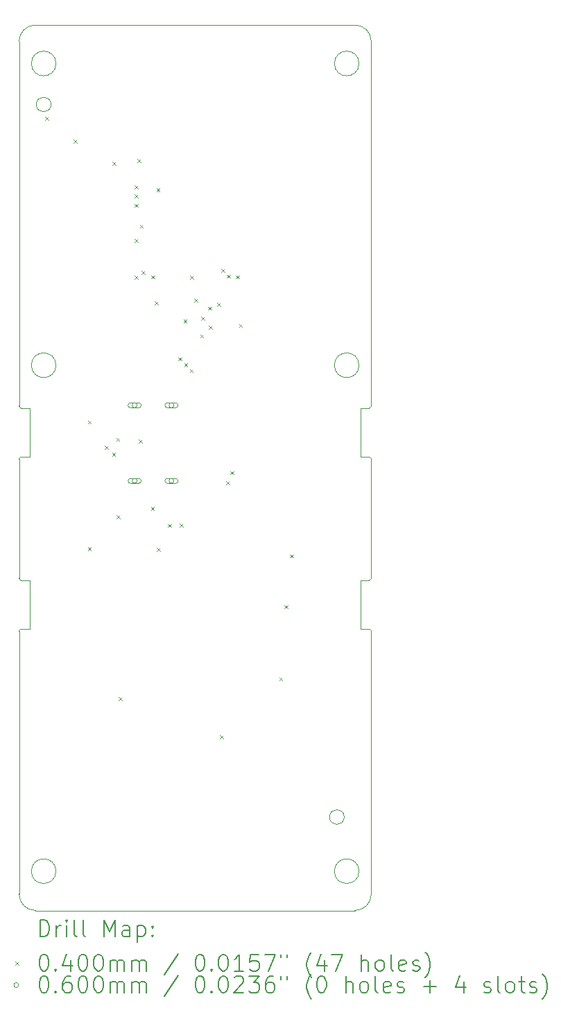
<source format=gbr>
%TF.GenerationSoftware,KiCad,Pcbnew,7.0.10*%
%TF.CreationDate,2024-02-24T15:32:43-05:00*%
%TF.ProjectId,Bird3Controller,42697264-3343-46f6-9e74-726f6c6c6572,rev?*%
%TF.SameCoordinates,Original*%
%TF.FileFunction,Drillmap*%
%TF.FilePolarity,Positive*%
%FSLAX45Y45*%
G04 Gerber Fmt 4.5, Leading zero omitted, Abs format (unit mm)*
G04 Created by KiCad (PCBNEW 7.0.10) date 2024-02-24 15:32:43*
%MOMM*%
%LPD*%
G01*
G04 APERTURE LIST*
%ADD10C,0.100000*%
%ADD11C,0.200000*%
G04 APERTURE END LIST*
D10*
X16050000Y-14800000D02*
X16050000Y-11595000D01*
X20350000Y-11595000D02*
G75*
G03*
X20325000Y-11570000I-25000J0D01*
G01*
X20325000Y-8870000D02*
X20220000Y-8870000D01*
X20220000Y-9470000D02*
X20325000Y-9470000D01*
X20350000Y-9495000D02*
G75*
G03*
X20325000Y-9470000I-25000J0D01*
G01*
X16500000Y-8350000D02*
G75*
G03*
X16200000Y-8350000I-150000J0D01*
G01*
X16200000Y-8350000D02*
G75*
G03*
X16500000Y-8350000I150000J0D01*
G01*
X20150000Y-4200000D02*
X16250000Y-4200000D01*
X20020000Y-13860000D02*
G75*
G03*
X19840000Y-13860000I-90000J0D01*
G01*
X19840000Y-13860000D02*
G75*
G03*
X20020000Y-13860000I90000J0D01*
G01*
X16250000Y-4200000D02*
G75*
G03*
X16050000Y-4400000I0J-200000D01*
G01*
X20220000Y-10970000D02*
X20220000Y-11570000D01*
X16050000Y-10945000D02*
X16050000Y-9495000D01*
X20350000Y-9495000D02*
X20350000Y-10945000D01*
X20325000Y-10970000D02*
G75*
G03*
X20350000Y-10945000I0J25000D01*
G01*
X16180000Y-9470000D02*
X16180000Y-8870000D01*
X20325000Y-10970000D02*
X20220000Y-10970000D01*
X16050000Y-8845000D02*
X16050000Y-4400000D01*
X20220000Y-8870000D02*
X20220000Y-9470000D01*
X20350000Y-4400000D02*
G75*
G03*
X20150000Y-4200000I-200000J0D01*
G01*
X16050000Y-8845000D02*
G75*
G03*
X16075000Y-8870000I25000J0D01*
G01*
X16180000Y-10970000D02*
X16075000Y-10970000D01*
X16075000Y-11570000D02*
G75*
G03*
X16050000Y-11595000I0J-25000D01*
G01*
X20325000Y-8870000D02*
G75*
G03*
X20350000Y-8845000I0J25000D01*
G01*
X20350000Y-4400000D02*
X20350000Y-8845000D01*
X20150000Y-15000000D02*
G75*
G03*
X20350000Y-14800000I0J200000D01*
G01*
X16500000Y-14520000D02*
G75*
G03*
X16200000Y-14520000I-150000J0D01*
G01*
X16200000Y-14520000D02*
G75*
G03*
X16500000Y-14520000I150000J0D01*
G01*
X16075000Y-9470000D02*
G75*
G03*
X16050000Y-9495000I0J-25000D01*
G01*
X20150000Y-15000000D02*
X16250000Y-15000000D01*
X16440000Y-5170000D02*
G75*
G03*
X16260000Y-5170000I-90000J0D01*
G01*
X16260000Y-5170000D02*
G75*
G03*
X16440000Y-5170000I90000J0D01*
G01*
X20350000Y-11595000D02*
X20350000Y-14800000D01*
X20220000Y-11570000D02*
X20325000Y-11570000D01*
X16050000Y-14800000D02*
G75*
G03*
X16250000Y-15000000I200000J0D01*
G01*
X16075000Y-9470000D02*
X16180000Y-9470000D01*
X20200000Y-4670000D02*
G75*
G03*
X19900000Y-4670000I-150000J0D01*
G01*
X19900000Y-4670000D02*
G75*
G03*
X20200000Y-4670000I150000J0D01*
G01*
X16075000Y-11570000D02*
X16180000Y-11570000D01*
X16050000Y-10945000D02*
G75*
G03*
X16075000Y-10970000I25000J0D01*
G01*
X20200000Y-14520000D02*
G75*
G03*
X19900000Y-14520000I-150000J0D01*
G01*
X19900000Y-14520000D02*
G75*
G03*
X20200000Y-14520000I150000J0D01*
G01*
X16180000Y-8870000D02*
X16075000Y-8870000D01*
X20200000Y-8350000D02*
G75*
G03*
X19900000Y-8350000I-150000J0D01*
G01*
X19900000Y-8350000D02*
G75*
G03*
X20200000Y-8350000I150000J0D01*
G01*
X16500000Y-4670000D02*
G75*
G03*
X16200000Y-4670000I-150000J0D01*
G01*
X16200000Y-4670000D02*
G75*
G03*
X16500000Y-4670000I150000J0D01*
G01*
X16180000Y-11570000D02*
X16180000Y-10970000D01*
D11*
D10*
X16369240Y-5320760D02*
X16409240Y-5360760D01*
X16409240Y-5320760D02*
X16369240Y-5360760D01*
X16716140Y-5596250D02*
X16756140Y-5636250D01*
X16756140Y-5596250D02*
X16716140Y-5636250D01*
X16889150Y-9022440D02*
X16929150Y-9062440D01*
X16929150Y-9022440D02*
X16889150Y-9062440D01*
X16889150Y-10566930D02*
X16929150Y-10606930D01*
X16929150Y-10566930D02*
X16889150Y-10606930D01*
X17098570Y-9334070D02*
X17138570Y-9374070D01*
X17138570Y-9334070D02*
X17098570Y-9374070D01*
X17184330Y-9419360D02*
X17224330Y-9459360D01*
X17224330Y-9419360D02*
X17184330Y-9459360D01*
X17187750Y-5872000D02*
X17227750Y-5912000D01*
X17227750Y-5872000D02*
X17187750Y-5912000D01*
X17235180Y-9235570D02*
X17275180Y-9275570D01*
X17275180Y-9235570D02*
X17235180Y-9275570D01*
X17240190Y-10177680D02*
X17280190Y-10217680D01*
X17280190Y-10177680D02*
X17240190Y-10217680D01*
X17263750Y-12395740D02*
X17303750Y-12435740D01*
X17303750Y-12395740D02*
X17263750Y-12435740D01*
X17461130Y-6812200D02*
X17501130Y-6852200D01*
X17501130Y-6812200D02*
X17461130Y-6852200D01*
X17462300Y-6269160D02*
X17502300Y-6309160D01*
X17502300Y-6269160D02*
X17462300Y-6309160D01*
X17462370Y-6155680D02*
X17502370Y-6195680D01*
X17502370Y-6155680D02*
X17462370Y-6195680D01*
X17462470Y-7258290D02*
X17502470Y-7298290D01*
X17502470Y-7258290D02*
X17462470Y-7298290D01*
X17462780Y-6382640D02*
X17502780Y-6422640D01*
X17502780Y-6382640D02*
X17462780Y-6422640D01*
X17495380Y-5834840D02*
X17535380Y-5874840D01*
X17535380Y-5834840D02*
X17495380Y-5874840D01*
X17509690Y-9256440D02*
X17549690Y-9296440D01*
X17549690Y-9256440D02*
X17509690Y-9296440D01*
X17522840Y-6636350D02*
X17562840Y-6676350D01*
X17562840Y-6636350D02*
X17522840Y-6676350D01*
X17544670Y-7196180D02*
X17584670Y-7236180D01*
X17584670Y-7196180D02*
X17544670Y-7236180D01*
X17659850Y-10078240D02*
X17699850Y-10118240D01*
X17699850Y-10078240D02*
X17659850Y-10118240D01*
X17664690Y-7254940D02*
X17704690Y-7294940D01*
X17704690Y-7254940D02*
X17664690Y-7294940D01*
X17707320Y-7570640D02*
X17747320Y-7610640D01*
X17747320Y-7570640D02*
X17707320Y-7610640D01*
X17727960Y-6194060D02*
X17767960Y-6234060D01*
X17767960Y-6194060D02*
X17727960Y-6234060D01*
X17730630Y-10577520D02*
X17770630Y-10617520D01*
X17770630Y-10577520D02*
X17730630Y-10617520D01*
X17867960Y-10284440D02*
X17907960Y-10324440D01*
X17907960Y-10284440D02*
X17867960Y-10324440D01*
X17993120Y-8254120D02*
X18033120Y-8294120D01*
X18033120Y-8254120D02*
X17993120Y-8294120D01*
X18010030Y-10283190D02*
X18050030Y-10323190D01*
X18050030Y-10283190D02*
X18010030Y-10323190D01*
X18057270Y-7791650D02*
X18097270Y-7831650D01*
X18097270Y-7791650D02*
X18057270Y-7831650D01*
X18065810Y-8323130D02*
X18105810Y-8363130D01*
X18105810Y-8323130D02*
X18065810Y-8363130D01*
X18132580Y-8398060D02*
X18172580Y-8438060D01*
X18172580Y-8398060D02*
X18132580Y-8438060D01*
X18136500Y-7258590D02*
X18176500Y-7298590D01*
X18176500Y-7258590D02*
X18136500Y-7298590D01*
X18187650Y-7538720D02*
X18227650Y-7578720D01*
X18227650Y-7538720D02*
X18187650Y-7578720D01*
X18260340Y-7972510D02*
X18300340Y-8012510D01*
X18300340Y-7972510D02*
X18260340Y-8012510D01*
X18271270Y-7759420D02*
X18311270Y-7799420D01*
X18311270Y-7759420D02*
X18271270Y-7799420D01*
X18355170Y-7635960D02*
X18395170Y-7675960D01*
X18395170Y-7635960D02*
X18355170Y-7675960D01*
X18366350Y-7866180D02*
X18406350Y-7906180D01*
X18406350Y-7866180D02*
X18366350Y-7906180D01*
X18469270Y-7591360D02*
X18509270Y-7631360D01*
X18509270Y-7591360D02*
X18469270Y-7631360D01*
X18501940Y-12864630D02*
X18541940Y-12904630D01*
X18541940Y-12864630D02*
X18501940Y-12904630D01*
X18517420Y-7175390D02*
X18557420Y-7215390D01*
X18557420Y-7175390D02*
X18517420Y-7215390D01*
X18580170Y-9762800D02*
X18620170Y-9802800D01*
X18620170Y-9762800D02*
X18580170Y-9802800D01*
X18588270Y-7246240D02*
X18628270Y-7286240D01*
X18628270Y-7246240D02*
X18588270Y-7286240D01*
X18630500Y-9641610D02*
X18670500Y-9681610D01*
X18670500Y-9641610D02*
X18630500Y-9681610D01*
X18699540Y-7253880D02*
X18739540Y-7293880D01*
X18739540Y-7253880D02*
X18699540Y-7293880D01*
X18735040Y-7845520D02*
X18775040Y-7885520D01*
X18775040Y-7845520D02*
X18735040Y-7885520D01*
X19226400Y-12156780D02*
X19266400Y-12196780D01*
X19266400Y-12156780D02*
X19226400Y-12196780D01*
X19289490Y-11276280D02*
X19329490Y-11316280D01*
X19329490Y-11276280D02*
X19289490Y-11316280D01*
X19355000Y-10657500D02*
X19395000Y-10697500D01*
X19395000Y-10657500D02*
X19355000Y-10697500D01*
X17490500Y-8838000D02*
G75*
G03*
X17430500Y-8838000I-30000J0D01*
G01*
X17430500Y-8838000D02*
G75*
G03*
X17490500Y-8838000I30000J0D01*
G01*
X17510500Y-8808000D02*
X17410500Y-8808000D01*
X17410500Y-8808000D02*
G75*
G03*
X17410500Y-8868000I0J-30000D01*
G01*
X17410500Y-8868000D02*
X17510500Y-8868000D01*
X17510500Y-8868000D02*
G75*
G03*
X17510500Y-8808000I0J30000D01*
G01*
X17490500Y-9760000D02*
G75*
G03*
X17430500Y-9760000I-30000J0D01*
G01*
X17430500Y-9760000D02*
G75*
G03*
X17490500Y-9760000I30000J0D01*
G01*
X17510500Y-9730000D02*
X17410500Y-9730000D01*
X17410500Y-9730000D02*
G75*
G03*
X17410500Y-9790000I0J-30000D01*
G01*
X17410500Y-9790000D02*
X17510500Y-9790000D01*
X17510500Y-9790000D02*
G75*
G03*
X17510500Y-9730000I0J30000D01*
G01*
X17940500Y-8838000D02*
G75*
G03*
X17880500Y-8838000I-30000J0D01*
G01*
X17880500Y-8838000D02*
G75*
G03*
X17940500Y-8838000I30000J0D01*
G01*
X17960500Y-8808000D02*
X17860500Y-8808000D01*
X17860500Y-8808000D02*
G75*
G03*
X17860500Y-8868000I0J-30000D01*
G01*
X17860500Y-8868000D02*
X17960500Y-8868000D01*
X17960500Y-8868000D02*
G75*
G03*
X17960500Y-8808000I0J30000D01*
G01*
X17940500Y-9760000D02*
G75*
G03*
X17880500Y-9760000I-30000J0D01*
G01*
X17880500Y-9760000D02*
G75*
G03*
X17940500Y-9760000I30000J0D01*
G01*
X17960500Y-9730000D02*
X17860500Y-9730000D01*
X17860500Y-9730000D02*
G75*
G03*
X17860500Y-9790000I0J-30000D01*
G01*
X17860500Y-9790000D02*
X17960500Y-9790000D01*
X17960500Y-9790000D02*
G75*
G03*
X17960500Y-9730000I0J30000D01*
G01*
D11*
X16305777Y-15316484D02*
X16305777Y-15116484D01*
X16305777Y-15116484D02*
X16353396Y-15116484D01*
X16353396Y-15116484D02*
X16381967Y-15126008D01*
X16381967Y-15126008D02*
X16401015Y-15145055D01*
X16401015Y-15145055D02*
X16410539Y-15164103D01*
X16410539Y-15164103D02*
X16420062Y-15202198D01*
X16420062Y-15202198D02*
X16420062Y-15230769D01*
X16420062Y-15230769D02*
X16410539Y-15268865D01*
X16410539Y-15268865D02*
X16401015Y-15287912D01*
X16401015Y-15287912D02*
X16381967Y-15306960D01*
X16381967Y-15306960D02*
X16353396Y-15316484D01*
X16353396Y-15316484D02*
X16305777Y-15316484D01*
X16505777Y-15316484D02*
X16505777Y-15183150D01*
X16505777Y-15221246D02*
X16515301Y-15202198D01*
X16515301Y-15202198D02*
X16524824Y-15192674D01*
X16524824Y-15192674D02*
X16543872Y-15183150D01*
X16543872Y-15183150D02*
X16562920Y-15183150D01*
X16629586Y-15316484D02*
X16629586Y-15183150D01*
X16629586Y-15116484D02*
X16620062Y-15126008D01*
X16620062Y-15126008D02*
X16629586Y-15135531D01*
X16629586Y-15135531D02*
X16639110Y-15126008D01*
X16639110Y-15126008D02*
X16629586Y-15116484D01*
X16629586Y-15116484D02*
X16629586Y-15135531D01*
X16753396Y-15316484D02*
X16734348Y-15306960D01*
X16734348Y-15306960D02*
X16724824Y-15287912D01*
X16724824Y-15287912D02*
X16724824Y-15116484D01*
X16858158Y-15316484D02*
X16839110Y-15306960D01*
X16839110Y-15306960D02*
X16829586Y-15287912D01*
X16829586Y-15287912D02*
X16829586Y-15116484D01*
X17086729Y-15316484D02*
X17086729Y-15116484D01*
X17086729Y-15116484D02*
X17153396Y-15259341D01*
X17153396Y-15259341D02*
X17220063Y-15116484D01*
X17220063Y-15116484D02*
X17220063Y-15316484D01*
X17401015Y-15316484D02*
X17401015Y-15211722D01*
X17401015Y-15211722D02*
X17391491Y-15192674D01*
X17391491Y-15192674D02*
X17372444Y-15183150D01*
X17372444Y-15183150D02*
X17334348Y-15183150D01*
X17334348Y-15183150D02*
X17315301Y-15192674D01*
X17401015Y-15306960D02*
X17381967Y-15316484D01*
X17381967Y-15316484D02*
X17334348Y-15316484D01*
X17334348Y-15316484D02*
X17315301Y-15306960D01*
X17315301Y-15306960D02*
X17305777Y-15287912D01*
X17305777Y-15287912D02*
X17305777Y-15268865D01*
X17305777Y-15268865D02*
X17315301Y-15249817D01*
X17315301Y-15249817D02*
X17334348Y-15240293D01*
X17334348Y-15240293D02*
X17381967Y-15240293D01*
X17381967Y-15240293D02*
X17401015Y-15230769D01*
X17496253Y-15183150D02*
X17496253Y-15383150D01*
X17496253Y-15192674D02*
X17515301Y-15183150D01*
X17515301Y-15183150D02*
X17553396Y-15183150D01*
X17553396Y-15183150D02*
X17572444Y-15192674D01*
X17572444Y-15192674D02*
X17581967Y-15202198D01*
X17581967Y-15202198D02*
X17591491Y-15221246D01*
X17591491Y-15221246D02*
X17591491Y-15278388D01*
X17591491Y-15278388D02*
X17581967Y-15297436D01*
X17581967Y-15297436D02*
X17572444Y-15306960D01*
X17572444Y-15306960D02*
X17553396Y-15316484D01*
X17553396Y-15316484D02*
X17515301Y-15316484D01*
X17515301Y-15316484D02*
X17496253Y-15306960D01*
X17677205Y-15297436D02*
X17686729Y-15306960D01*
X17686729Y-15306960D02*
X17677205Y-15316484D01*
X17677205Y-15316484D02*
X17667682Y-15306960D01*
X17667682Y-15306960D02*
X17677205Y-15297436D01*
X17677205Y-15297436D02*
X17677205Y-15316484D01*
X17677205Y-15192674D02*
X17686729Y-15202198D01*
X17686729Y-15202198D02*
X17677205Y-15211722D01*
X17677205Y-15211722D02*
X17667682Y-15202198D01*
X17667682Y-15202198D02*
X17677205Y-15192674D01*
X17677205Y-15192674D02*
X17677205Y-15211722D01*
D10*
X16005000Y-15625000D02*
X16045000Y-15665000D01*
X16045000Y-15625000D02*
X16005000Y-15665000D01*
D11*
X16343872Y-15536484D02*
X16362920Y-15536484D01*
X16362920Y-15536484D02*
X16381967Y-15546008D01*
X16381967Y-15546008D02*
X16391491Y-15555531D01*
X16391491Y-15555531D02*
X16401015Y-15574579D01*
X16401015Y-15574579D02*
X16410539Y-15612674D01*
X16410539Y-15612674D02*
X16410539Y-15660293D01*
X16410539Y-15660293D02*
X16401015Y-15698388D01*
X16401015Y-15698388D02*
X16391491Y-15717436D01*
X16391491Y-15717436D02*
X16381967Y-15726960D01*
X16381967Y-15726960D02*
X16362920Y-15736484D01*
X16362920Y-15736484D02*
X16343872Y-15736484D01*
X16343872Y-15736484D02*
X16324824Y-15726960D01*
X16324824Y-15726960D02*
X16315301Y-15717436D01*
X16315301Y-15717436D02*
X16305777Y-15698388D01*
X16305777Y-15698388D02*
X16296253Y-15660293D01*
X16296253Y-15660293D02*
X16296253Y-15612674D01*
X16296253Y-15612674D02*
X16305777Y-15574579D01*
X16305777Y-15574579D02*
X16315301Y-15555531D01*
X16315301Y-15555531D02*
X16324824Y-15546008D01*
X16324824Y-15546008D02*
X16343872Y-15536484D01*
X16496253Y-15717436D02*
X16505777Y-15726960D01*
X16505777Y-15726960D02*
X16496253Y-15736484D01*
X16496253Y-15736484D02*
X16486729Y-15726960D01*
X16486729Y-15726960D02*
X16496253Y-15717436D01*
X16496253Y-15717436D02*
X16496253Y-15736484D01*
X16677205Y-15603150D02*
X16677205Y-15736484D01*
X16629586Y-15526960D02*
X16581967Y-15669817D01*
X16581967Y-15669817D02*
X16705777Y-15669817D01*
X16820063Y-15536484D02*
X16839110Y-15536484D01*
X16839110Y-15536484D02*
X16858158Y-15546008D01*
X16858158Y-15546008D02*
X16867682Y-15555531D01*
X16867682Y-15555531D02*
X16877205Y-15574579D01*
X16877205Y-15574579D02*
X16886729Y-15612674D01*
X16886729Y-15612674D02*
X16886729Y-15660293D01*
X16886729Y-15660293D02*
X16877205Y-15698388D01*
X16877205Y-15698388D02*
X16867682Y-15717436D01*
X16867682Y-15717436D02*
X16858158Y-15726960D01*
X16858158Y-15726960D02*
X16839110Y-15736484D01*
X16839110Y-15736484D02*
X16820063Y-15736484D01*
X16820063Y-15736484D02*
X16801015Y-15726960D01*
X16801015Y-15726960D02*
X16791491Y-15717436D01*
X16791491Y-15717436D02*
X16781967Y-15698388D01*
X16781967Y-15698388D02*
X16772443Y-15660293D01*
X16772443Y-15660293D02*
X16772443Y-15612674D01*
X16772443Y-15612674D02*
X16781967Y-15574579D01*
X16781967Y-15574579D02*
X16791491Y-15555531D01*
X16791491Y-15555531D02*
X16801015Y-15546008D01*
X16801015Y-15546008D02*
X16820063Y-15536484D01*
X17010539Y-15536484D02*
X17029586Y-15536484D01*
X17029586Y-15536484D02*
X17048634Y-15546008D01*
X17048634Y-15546008D02*
X17058158Y-15555531D01*
X17058158Y-15555531D02*
X17067682Y-15574579D01*
X17067682Y-15574579D02*
X17077205Y-15612674D01*
X17077205Y-15612674D02*
X17077205Y-15660293D01*
X17077205Y-15660293D02*
X17067682Y-15698388D01*
X17067682Y-15698388D02*
X17058158Y-15717436D01*
X17058158Y-15717436D02*
X17048634Y-15726960D01*
X17048634Y-15726960D02*
X17029586Y-15736484D01*
X17029586Y-15736484D02*
X17010539Y-15736484D01*
X17010539Y-15736484D02*
X16991491Y-15726960D01*
X16991491Y-15726960D02*
X16981967Y-15717436D01*
X16981967Y-15717436D02*
X16972444Y-15698388D01*
X16972444Y-15698388D02*
X16962920Y-15660293D01*
X16962920Y-15660293D02*
X16962920Y-15612674D01*
X16962920Y-15612674D02*
X16972444Y-15574579D01*
X16972444Y-15574579D02*
X16981967Y-15555531D01*
X16981967Y-15555531D02*
X16991491Y-15546008D01*
X16991491Y-15546008D02*
X17010539Y-15536484D01*
X17162920Y-15736484D02*
X17162920Y-15603150D01*
X17162920Y-15622198D02*
X17172444Y-15612674D01*
X17172444Y-15612674D02*
X17191491Y-15603150D01*
X17191491Y-15603150D02*
X17220063Y-15603150D01*
X17220063Y-15603150D02*
X17239110Y-15612674D01*
X17239110Y-15612674D02*
X17248634Y-15631722D01*
X17248634Y-15631722D02*
X17248634Y-15736484D01*
X17248634Y-15631722D02*
X17258158Y-15612674D01*
X17258158Y-15612674D02*
X17277205Y-15603150D01*
X17277205Y-15603150D02*
X17305777Y-15603150D01*
X17305777Y-15603150D02*
X17324825Y-15612674D01*
X17324825Y-15612674D02*
X17334348Y-15631722D01*
X17334348Y-15631722D02*
X17334348Y-15736484D01*
X17429586Y-15736484D02*
X17429586Y-15603150D01*
X17429586Y-15622198D02*
X17439110Y-15612674D01*
X17439110Y-15612674D02*
X17458158Y-15603150D01*
X17458158Y-15603150D02*
X17486729Y-15603150D01*
X17486729Y-15603150D02*
X17505777Y-15612674D01*
X17505777Y-15612674D02*
X17515301Y-15631722D01*
X17515301Y-15631722D02*
X17515301Y-15736484D01*
X17515301Y-15631722D02*
X17524825Y-15612674D01*
X17524825Y-15612674D02*
X17543872Y-15603150D01*
X17543872Y-15603150D02*
X17572444Y-15603150D01*
X17572444Y-15603150D02*
X17591491Y-15612674D01*
X17591491Y-15612674D02*
X17601015Y-15631722D01*
X17601015Y-15631722D02*
X17601015Y-15736484D01*
X17991491Y-15526960D02*
X17820063Y-15784103D01*
X18248634Y-15536484D02*
X18267682Y-15536484D01*
X18267682Y-15536484D02*
X18286729Y-15546008D01*
X18286729Y-15546008D02*
X18296253Y-15555531D01*
X18296253Y-15555531D02*
X18305777Y-15574579D01*
X18305777Y-15574579D02*
X18315301Y-15612674D01*
X18315301Y-15612674D02*
X18315301Y-15660293D01*
X18315301Y-15660293D02*
X18305777Y-15698388D01*
X18305777Y-15698388D02*
X18296253Y-15717436D01*
X18296253Y-15717436D02*
X18286729Y-15726960D01*
X18286729Y-15726960D02*
X18267682Y-15736484D01*
X18267682Y-15736484D02*
X18248634Y-15736484D01*
X18248634Y-15736484D02*
X18229587Y-15726960D01*
X18229587Y-15726960D02*
X18220063Y-15717436D01*
X18220063Y-15717436D02*
X18210539Y-15698388D01*
X18210539Y-15698388D02*
X18201015Y-15660293D01*
X18201015Y-15660293D02*
X18201015Y-15612674D01*
X18201015Y-15612674D02*
X18210539Y-15574579D01*
X18210539Y-15574579D02*
X18220063Y-15555531D01*
X18220063Y-15555531D02*
X18229587Y-15546008D01*
X18229587Y-15546008D02*
X18248634Y-15536484D01*
X18401015Y-15717436D02*
X18410539Y-15726960D01*
X18410539Y-15726960D02*
X18401015Y-15736484D01*
X18401015Y-15736484D02*
X18391491Y-15726960D01*
X18391491Y-15726960D02*
X18401015Y-15717436D01*
X18401015Y-15717436D02*
X18401015Y-15736484D01*
X18534348Y-15536484D02*
X18553396Y-15536484D01*
X18553396Y-15536484D02*
X18572444Y-15546008D01*
X18572444Y-15546008D02*
X18581968Y-15555531D01*
X18581968Y-15555531D02*
X18591491Y-15574579D01*
X18591491Y-15574579D02*
X18601015Y-15612674D01*
X18601015Y-15612674D02*
X18601015Y-15660293D01*
X18601015Y-15660293D02*
X18591491Y-15698388D01*
X18591491Y-15698388D02*
X18581968Y-15717436D01*
X18581968Y-15717436D02*
X18572444Y-15726960D01*
X18572444Y-15726960D02*
X18553396Y-15736484D01*
X18553396Y-15736484D02*
X18534348Y-15736484D01*
X18534348Y-15736484D02*
X18515301Y-15726960D01*
X18515301Y-15726960D02*
X18505777Y-15717436D01*
X18505777Y-15717436D02*
X18496253Y-15698388D01*
X18496253Y-15698388D02*
X18486729Y-15660293D01*
X18486729Y-15660293D02*
X18486729Y-15612674D01*
X18486729Y-15612674D02*
X18496253Y-15574579D01*
X18496253Y-15574579D02*
X18505777Y-15555531D01*
X18505777Y-15555531D02*
X18515301Y-15546008D01*
X18515301Y-15546008D02*
X18534348Y-15536484D01*
X18791491Y-15736484D02*
X18677206Y-15736484D01*
X18734348Y-15736484D02*
X18734348Y-15536484D01*
X18734348Y-15536484D02*
X18715301Y-15565055D01*
X18715301Y-15565055D02*
X18696253Y-15584103D01*
X18696253Y-15584103D02*
X18677206Y-15593627D01*
X18972444Y-15536484D02*
X18877206Y-15536484D01*
X18877206Y-15536484D02*
X18867682Y-15631722D01*
X18867682Y-15631722D02*
X18877206Y-15622198D01*
X18877206Y-15622198D02*
X18896253Y-15612674D01*
X18896253Y-15612674D02*
X18943872Y-15612674D01*
X18943872Y-15612674D02*
X18962920Y-15622198D01*
X18962920Y-15622198D02*
X18972444Y-15631722D01*
X18972444Y-15631722D02*
X18981968Y-15650769D01*
X18981968Y-15650769D02*
X18981968Y-15698388D01*
X18981968Y-15698388D02*
X18972444Y-15717436D01*
X18972444Y-15717436D02*
X18962920Y-15726960D01*
X18962920Y-15726960D02*
X18943872Y-15736484D01*
X18943872Y-15736484D02*
X18896253Y-15736484D01*
X18896253Y-15736484D02*
X18877206Y-15726960D01*
X18877206Y-15726960D02*
X18867682Y-15717436D01*
X19048634Y-15536484D02*
X19181968Y-15536484D01*
X19181968Y-15536484D02*
X19096253Y-15736484D01*
X19248634Y-15536484D02*
X19248634Y-15574579D01*
X19324825Y-15536484D02*
X19324825Y-15574579D01*
X19620063Y-15812674D02*
X19610539Y-15803150D01*
X19610539Y-15803150D02*
X19591491Y-15774579D01*
X19591491Y-15774579D02*
X19581968Y-15755531D01*
X19581968Y-15755531D02*
X19572444Y-15726960D01*
X19572444Y-15726960D02*
X19562920Y-15679341D01*
X19562920Y-15679341D02*
X19562920Y-15641246D01*
X19562920Y-15641246D02*
X19572444Y-15593627D01*
X19572444Y-15593627D02*
X19581968Y-15565055D01*
X19581968Y-15565055D02*
X19591491Y-15546008D01*
X19591491Y-15546008D02*
X19610539Y-15517436D01*
X19610539Y-15517436D02*
X19620063Y-15507912D01*
X19781968Y-15603150D02*
X19781968Y-15736484D01*
X19734349Y-15526960D02*
X19686730Y-15669817D01*
X19686730Y-15669817D02*
X19810539Y-15669817D01*
X19867682Y-15536484D02*
X20001015Y-15536484D01*
X20001015Y-15536484D02*
X19915301Y-15736484D01*
X20229587Y-15736484D02*
X20229587Y-15536484D01*
X20315301Y-15736484D02*
X20315301Y-15631722D01*
X20315301Y-15631722D02*
X20305777Y-15612674D01*
X20305777Y-15612674D02*
X20286730Y-15603150D01*
X20286730Y-15603150D02*
X20258158Y-15603150D01*
X20258158Y-15603150D02*
X20239111Y-15612674D01*
X20239111Y-15612674D02*
X20229587Y-15622198D01*
X20439111Y-15736484D02*
X20420063Y-15726960D01*
X20420063Y-15726960D02*
X20410539Y-15717436D01*
X20410539Y-15717436D02*
X20401015Y-15698388D01*
X20401015Y-15698388D02*
X20401015Y-15641246D01*
X20401015Y-15641246D02*
X20410539Y-15622198D01*
X20410539Y-15622198D02*
X20420063Y-15612674D01*
X20420063Y-15612674D02*
X20439111Y-15603150D01*
X20439111Y-15603150D02*
X20467682Y-15603150D01*
X20467682Y-15603150D02*
X20486730Y-15612674D01*
X20486730Y-15612674D02*
X20496253Y-15622198D01*
X20496253Y-15622198D02*
X20505777Y-15641246D01*
X20505777Y-15641246D02*
X20505777Y-15698388D01*
X20505777Y-15698388D02*
X20496253Y-15717436D01*
X20496253Y-15717436D02*
X20486730Y-15726960D01*
X20486730Y-15726960D02*
X20467682Y-15736484D01*
X20467682Y-15736484D02*
X20439111Y-15736484D01*
X20620063Y-15736484D02*
X20601015Y-15726960D01*
X20601015Y-15726960D02*
X20591492Y-15707912D01*
X20591492Y-15707912D02*
X20591492Y-15536484D01*
X20772444Y-15726960D02*
X20753396Y-15736484D01*
X20753396Y-15736484D02*
X20715301Y-15736484D01*
X20715301Y-15736484D02*
X20696253Y-15726960D01*
X20696253Y-15726960D02*
X20686730Y-15707912D01*
X20686730Y-15707912D02*
X20686730Y-15631722D01*
X20686730Y-15631722D02*
X20696253Y-15612674D01*
X20696253Y-15612674D02*
X20715301Y-15603150D01*
X20715301Y-15603150D02*
X20753396Y-15603150D01*
X20753396Y-15603150D02*
X20772444Y-15612674D01*
X20772444Y-15612674D02*
X20781968Y-15631722D01*
X20781968Y-15631722D02*
X20781968Y-15650769D01*
X20781968Y-15650769D02*
X20686730Y-15669817D01*
X20858158Y-15726960D02*
X20877206Y-15736484D01*
X20877206Y-15736484D02*
X20915301Y-15736484D01*
X20915301Y-15736484D02*
X20934349Y-15726960D01*
X20934349Y-15726960D02*
X20943873Y-15707912D01*
X20943873Y-15707912D02*
X20943873Y-15698388D01*
X20943873Y-15698388D02*
X20934349Y-15679341D01*
X20934349Y-15679341D02*
X20915301Y-15669817D01*
X20915301Y-15669817D02*
X20886730Y-15669817D01*
X20886730Y-15669817D02*
X20867682Y-15660293D01*
X20867682Y-15660293D02*
X20858158Y-15641246D01*
X20858158Y-15641246D02*
X20858158Y-15631722D01*
X20858158Y-15631722D02*
X20867682Y-15612674D01*
X20867682Y-15612674D02*
X20886730Y-15603150D01*
X20886730Y-15603150D02*
X20915301Y-15603150D01*
X20915301Y-15603150D02*
X20934349Y-15612674D01*
X21010539Y-15812674D02*
X21020063Y-15803150D01*
X21020063Y-15803150D02*
X21039111Y-15774579D01*
X21039111Y-15774579D02*
X21048634Y-15755531D01*
X21048634Y-15755531D02*
X21058158Y-15726960D01*
X21058158Y-15726960D02*
X21067682Y-15679341D01*
X21067682Y-15679341D02*
X21067682Y-15641246D01*
X21067682Y-15641246D02*
X21058158Y-15593627D01*
X21058158Y-15593627D02*
X21048634Y-15565055D01*
X21048634Y-15565055D02*
X21039111Y-15546008D01*
X21039111Y-15546008D02*
X21020063Y-15517436D01*
X21020063Y-15517436D02*
X21010539Y-15507912D01*
D10*
X16045000Y-15909000D02*
G75*
G03*
X15985000Y-15909000I-30000J0D01*
G01*
X15985000Y-15909000D02*
G75*
G03*
X16045000Y-15909000I30000J0D01*
G01*
D11*
X16343872Y-15800484D02*
X16362920Y-15800484D01*
X16362920Y-15800484D02*
X16381967Y-15810008D01*
X16381967Y-15810008D02*
X16391491Y-15819531D01*
X16391491Y-15819531D02*
X16401015Y-15838579D01*
X16401015Y-15838579D02*
X16410539Y-15876674D01*
X16410539Y-15876674D02*
X16410539Y-15924293D01*
X16410539Y-15924293D02*
X16401015Y-15962388D01*
X16401015Y-15962388D02*
X16391491Y-15981436D01*
X16391491Y-15981436D02*
X16381967Y-15990960D01*
X16381967Y-15990960D02*
X16362920Y-16000484D01*
X16362920Y-16000484D02*
X16343872Y-16000484D01*
X16343872Y-16000484D02*
X16324824Y-15990960D01*
X16324824Y-15990960D02*
X16315301Y-15981436D01*
X16315301Y-15981436D02*
X16305777Y-15962388D01*
X16305777Y-15962388D02*
X16296253Y-15924293D01*
X16296253Y-15924293D02*
X16296253Y-15876674D01*
X16296253Y-15876674D02*
X16305777Y-15838579D01*
X16305777Y-15838579D02*
X16315301Y-15819531D01*
X16315301Y-15819531D02*
X16324824Y-15810008D01*
X16324824Y-15810008D02*
X16343872Y-15800484D01*
X16496253Y-15981436D02*
X16505777Y-15990960D01*
X16505777Y-15990960D02*
X16496253Y-16000484D01*
X16496253Y-16000484D02*
X16486729Y-15990960D01*
X16486729Y-15990960D02*
X16496253Y-15981436D01*
X16496253Y-15981436D02*
X16496253Y-16000484D01*
X16677205Y-15800484D02*
X16639110Y-15800484D01*
X16639110Y-15800484D02*
X16620062Y-15810008D01*
X16620062Y-15810008D02*
X16610539Y-15819531D01*
X16610539Y-15819531D02*
X16591491Y-15848103D01*
X16591491Y-15848103D02*
X16581967Y-15886198D01*
X16581967Y-15886198D02*
X16581967Y-15962388D01*
X16581967Y-15962388D02*
X16591491Y-15981436D01*
X16591491Y-15981436D02*
X16601015Y-15990960D01*
X16601015Y-15990960D02*
X16620062Y-16000484D01*
X16620062Y-16000484D02*
X16658158Y-16000484D01*
X16658158Y-16000484D02*
X16677205Y-15990960D01*
X16677205Y-15990960D02*
X16686729Y-15981436D01*
X16686729Y-15981436D02*
X16696253Y-15962388D01*
X16696253Y-15962388D02*
X16696253Y-15914769D01*
X16696253Y-15914769D02*
X16686729Y-15895722D01*
X16686729Y-15895722D02*
X16677205Y-15886198D01*
X16677205Y-15886198D02*
X16658158Y-15876674D01*
X16658158Y-15876674D02*
X16620062Y-15876674D01*
X16620062Y-15876674D02*
X16601015Y-15886198D01*
X16601015Y-15886198D02*
X16591491Y-15895722D01*
X16591491Y-15895722D02*
X16581967Y-15914769D01*
X16820063Y-15800484D02*
X16839110Y-15800484D01*
X16839110Y-15800484D02*
X16858158Y-15810008D01*
X16858158Y-15810008D02*
X16867682Y-15819531D01*
X16867682Y-15819531D02*
X16877205Y-15838579D01*
X16877205Y-15838579D02*
X16886729Y-15876674D01*
X16886729Y-15876674D02*
X16886729Y-15924293D01*
X16886729Y-15924293D02*
X16877205Y-15962388D01*
X16877205Y-15962388D02*
X16867682Y-15981436D01*
X16867682Y-15981436D02*
X16858158Y-15990960D01*
X16858158Y-15990960D02*
X16839110Y-16000484D01*
X16839110Y-16000484D02*
X16820063Y-16000484D01*
X16820063Y-16000484D02*
X16801015Y-15990960D01*
X16801015Y-15990960D02*
X16791491Y-15981436D01*
X16791491Y-15981436D02*
X16781967Y-15962388D01*
X16781967Y-15962388D02*
X16772443Y-15924293D01*
X16772443Y-15924293D02*
X16772443Y-15876674D01*
X16772443Y-15876674D02*
X16781967Y-15838579D01*
X16781967Y-15838579D02*
X16791491Y-15819531D01*
X16791491Y-15819531D02*
X16801015Y-15810008D01*
X16801015Y-15810008D02*
X16820063Y-15800484D01*
X17010539Y-15800484D02*
X17029586Y-15800484D01*
X17029586Y-15800484D02*
X17048634Y-15810008D01*
X17048634Y-15810008D02*
X17058158Y-15819531D01*
X17058158Y-15819531D02*
X17067682Y-15838579D01*
X17067682Y-15838579D02*
X17077205Y-15876674D01*
X17077205Y-15876674D02*
X17077205Y-15924293D01*
X17077205Y-15924293D02*
X17067682Y-15962388D01*
X17067682Y-15962388D02*
X17058158Y-15981436D01*
X17058158Y-15981436D02*
X17048634Y-15990960D01*
X17048634Y-15990960D02*
X17029586Y-16000484D01*
X17029586Y-16000484D02*
X17010539Y-16000484D01*
X17010539Y-16000484D02*
X16991491Y-15990960D01*
X16991491Y-15990960D02*
X16981967Y-15981436D01*
X16981967Y-15981436D02*
X16972444Y-15962388D01*
X16972444Y-15962388D02*
X16962920Y-15924293D01*
X16962920Y-15924293D02*
X16962920Y-15876674D01*
X16962920Y-15876674D02*
X16972444Y-15838579D01*
X16972444Y-15838579D02*
X16981967Y-15819531D01*
X16981967Y-15819531D02*
X16991491Y-15810008D01*
X16991491Y-15810008D02*
X17010539Y-15800484D01*
X17162920Y-16000484D02*
X17162920Y-15867150D01*
X17162920Y-15886198D02*
X17172444Y-15876674D01*
X17172444Y-15876674D02*
X17191491Y-15867150D01*
X17191491Y-15867150D02*
X17220063Y-15867150D01*
X17220063Y-15867150D02*
X17239110Y-15876674D01*
X17239110Y-15876674D02*
X17248634Y-15895722D01*
X17248634Y-15895722D02*
X17248634Y-16000484D01*
X17248634Y-15895722D02*
X17258158Y-15876674D01*
X17258158Y-15876674D02*
X17277205Y-15867150D01*
X17277205Y-15867150D02*
X17305777Y-15867150D01*
X17305777Y-15867150D02*
X17324825Y-15876674D01*
X17324825Y-15876674D02*
X17334348Y-15895722D01*
X17334348Y-15895722D02*
X17334348Y-16000484D01*
X17429586Y-16000484D02*
X17429586Y-15867150D01*
X17429586Y-15886198D02*
X17439110Y-15876674D01*
X17439110Y-15876674D02*
X17458158Y-15867150D01*
X17458158Y-15867150D02*
X17486729Y-15867150D01*
X17486729Y-15867150D02*
X17505777Y-15876674D01*
X17505777Y-15876674D02*
X17515301Y-15895722D01*
X17515301Y-15895722D02*
X17515301Y-16000484D01*
X17515301Y-15895722D02*
X17524825Y-15876674D01*
X17524825Y-15876674D02*
X17543872Y-15867150D01*
X17543872Y-15867150D02*
X17572444Y-15867150D01*
X17572444Y-15867150D02*
X17591491Y-15876674D01*
X17591491Y-15876674D02*
X17601015Y-15895722D01*
X17601015Y-15895722D02*
X17601015Y-16000484D01*
X17991491Y-15790960D02*
X17820063Y-16048103D01*
X18248634Y-15800484D02*
X18267682Y-15800484D01*
X18267682Y-15800484D02*
X18286729Y-15810008D01*
X18286729Y-15810008D02*
X18296253Y-15819531D01*
X18296253Y-15819531D02*
X18305777Y-15838579D01*
X18305777Y-15838579D02*
X18315301Y-15876674D01*
X18315301Y-15876674D02*
X18315301Y-15924293D01*
X18315301Y-15924293D02*
X18305777Y-15962388D01*
X18305777Y-15962388D02*
X18296253Y-15981436D01*
X18296253Y-15981436D02*
X18286729Y-15990960D01*
X18286729Y-15990960D02*
X18267682Y-16000484D01*
X18267682Y-16000484D02*
X18248634Y-16000484D01*
X18248634Y-16000484D02*
X18229587Y-15990960D01*
X18229587Y-15990960D02*
X18220063Y-15981436D01*
X18220063Y-15981436D02*
X18210539Y-15962388D01*
X18210539Y-15962388D02*
X18201015Y-15924293D01*
X18201015Y-15924293D02*
X18201015Y-15876674D01*
X18201015Y-15876674D02*
X18210539Y-15838579D01*
X18210539Y-15838579D02*
X18220063Y-15819531D01*
X18220063Y-15819531D02*
X18229587Y-15810008D01*
X18229587Y-15810008D02*
X18248634Y-15800484D01*
X18401015Y-15981436D02*
X18410539Y-15990960D01*
X18410539Y-15990960D02*
X18401015Y-16000484D01*
X18401015Y-16000484D02*
X18391491Y-15990960D01*
X18391491Y-15990960D02*
X18401015Y-15981436D01*
X18401015Y-15981436D02*
X18401015Y-16000484D01*
X18534348Y-15800484D02*
X18553396Y-15800484D01*
X18553396Y-15800484D02*
X18572444Y-15810008D01*
X18572444Y-15810008D02*
X18581968Y-15819531D01*
X18581968Y-15819531D02*
X18591491Y-15838579D01*
X18591491Y-15838579D02*
X18601015Y-15876674D01*
X18601015Y-15876674D02*
X18601015Y-15924293D01*
X18601015Y-15924293D02*
X18591491Y-15962388D01*
X18591491Y-15962388D02*
X18581968Y-15981436D01*
X18581968Y-15981436D02*
X18572444Y-15990960D01*
X18572444Y-15990960D02*
X18553396Y-16000484D01*
X18553396Y-16000484D02*
X18534348Y-16000484D01*
X18534348Y-16000484D02*
X18515301Y-15990960D01*
X18515301Y-15990960D02*
X18505777Y-15981436D01*
X18505777Y-15981436D02*
X18496253Y-15962388D01*
X18496253Y-15962388D02*
X18486729Y-15924293D01*
X18486729Y-15924293D02*
X18486729Y-15876674D01*
X18486729Y-15876674D02*
X18496253Y-15838579D01*
X18496253Y-15838579D02*
X18505777Y-15819531D01*
X18505777Y-15819531D02*
X18515301Y-15810008D01*
X18515301Y-15810008D02*
X18534348Y-15800484D01*
X18677206Y-15819531D02*
X18686729Y-15810008D01*
X18686729Y-15810008D02*
X18705777Y-15800484D01*
X18705777Y-15800484D02*
X18753396Y-15800484D01*
X18753396Y-15800484D02*
X18772444Y-15810008D01*
X18772444Y-15810008D02*
X18781968Y-15819531D01*
X18781968Y-15819531D02*
X18791491Y-15838579D01*
X18791491Y-15838579D02*
X18791491Y-15857627D01*
X18791491Y-15857627D02*
X18781968Y-15886198D01*
X18781968Y-15886198D02*
X18667682Y-16000484D01*
X18667682Y-16000484D02*
X18791491Y-16000484D01*
X18858158Y-15800484D02*
X18981968Y-15800484D01*
X18981968Y-15800484D02*
X18915301Y-15876674D01*
X18915301Y-15876674D02*
X18943872Y-15876674D01*
X18943872Y-15876674D02*
X18962920Y-15886198D01*
X18962920Y-15886198D02*
X18972444Y-15895722D01*
X18972444Y-15895722D02*
X18981968Y-15914769D01*
X18981968Y-15914769D02*
X18981968Y-15962388D01*
X18981968Y-15962388D02*
X18972444Y-15981436D01*
X18972444Y-15981436D02*
X18962920Y-15990960D01*
X18962920Y-15990960D02*
X18943872Y-16000484D01*
X18943872Y-16000484D02*
X18886729Y-16000484D01*
X18886729Y-16000484D02*
X18867682Y-15990960D01*
X18867682Y-15990960D02*
X18858158Y-15981436D01*
X19153396Y-15800484D02*
X19115301Y-15800484D01*
X19115301Y-15800484D02*
X19096253Y-15810008D01*
X19096253Y-15810008D02*
X19086729Y-15819531D01*
X19086729Y-15819531D02*
X19067682Y-15848103D01*
X19067682Y-15848103D02*
X19058158Y-15886198D01*
X19058158Y-15886198D02*
X19058158Y-15962388D01*
X19058158Y-15962388D02*
X19067682Y-15981436D01*
X19067682Y-15981436D02*
X19077206Y-15990960D01*
X19077206Y-15990960D02*
X19096253Y-16000484D01*
X19096253Y-16000484D02*
X19134349Y-16000484D01*
X19134349Y-16000484D02*
X19153396Y-15990960D01*
X19153396Y-15990960D02*
X19162920Y-15981436D01*
X19162920Y-15981436D02*
X19172444Y-15962388D01*
X19172444Y-15962388D02*
X19172444Y-15914769D01*
X19172444Y-15914769D02*
X19162920Y-15895722D01*
X19162920Y-15895722D02*
X19153396Y-15886198D01*
X19153396Y-15886198D02*
X19134349Y-15876674D01*
X19134349Y-15876674D02*
X19096253Y-15876674D01*
X19096253Y-15876674D02*
X19077206Y-15886198D01*
X19077206Y-15886198D02*
X19067682Y-15895722D01*
X19067682Y-15895722D02*
X19058158Y-15914769D01*
X19248634Y-15800484D02*
X19248634Y-15838579D01*
X19324825Y-15800484D02*
X19324825Y-15838579D01*
X19620063Y-16076674D02*
X19610539Y-16067150D01*
X19610539Y-16067150D02*
X19591491Y-16038579D01*
X19591491Y-16038579D02*
X19581968Y-16019531D01*
X19581968Y-16019531D02*
X19572444Y-15990960D01*
X19572444Y-15990960D02*
X19562920Y-15943341D01*
X19562920Y-15943341D02*
X19562920Y-15905246D01*
X19562920Y-15905246D02*
X19572444Y-15857627D01*
X19572444Y-15857627D02*
X19581968Y-15829055D01*
X19581968Y-15829055D02*
X19591491Y-15810008D01*
X19591491Y-15810008D02*
X19610539Y-15781436D01*
X19610539Y-15781436D02*
X19620063Y-15771912D01*
X19734349Y-15800484D02*
X19753396Y-15800484D01*
X19753396Y-15800484D02*
X19772444Y-15810008D01*
X19772444Y-15810008D02*
X19781968Y-15819531D01*
X19781968Y-15819531D02*
X19791491Y-15838579D01*
X19791491Y-15838579D02*
X19801015Y-15876674D01*
X19801015Y-15876674D02*
X19801015Y-15924293D01*
X19801015Y-15924293D02*
X19791491Y-15962388D01*
X19791491Y-15962388D02*
X19781968Y-15981436D01*
X19781968Y-15981436D02*
X19772444Y-15990960D01*
X19772444Y-15990960D02*
X19753396Y-16000484D01*
X19753396Y-16000484D02*
X19734349Y-16000484D01*
X19734349Y-16000484D02*
X19715301Y-15990960D01*
X19715301Y-15990960D02*
X19705777Y-15981436D01*
X19705777Y-15981436D02*
X19696253Y-15962388D01*
X19696253Y-15962388D02*
X19686730Y-15924293D01*
X19686730Y-15924293D02*
X19686730Y-15876674D01*
X19686730Y-15876674D02*
X19696253Y-15838579D01*
X19696253Y-15838579D02*
X19705777Y-15819531D01*
X19705777Y-15819531D02*
X19715301Y-15810008D01*
X19715301Y-15810008D02*
X19734349Y-15800484D01*
X20039111Y-16000484D02*
X20039111Y-15800484D01*
X20124825Y-16000484D02*
X20124825Y-15895722D01*
X20124825Y-15895722D02*
X20115301Y-15876674D01*
X20115301Y-15876674D02*
X20096253Y-15867150D01*
X20096253Y-15867150D02*
X20067682Y-15867150D01*
X20067682Y-15867150D02*
X20048634Y-15876674D01*
X20048634Y-15876674D02*
X20039111Y-15886198D01*
X20248634Y-16000484D02*
X20229587Y-15990960D01*
X20229587Y-15990960D02*
X20220063Y-15981436D01*
X20220063Y-15981436D02*
X20210539Y-15962388D01*
X20210539Y-15962388D02*
X20210539Y-15905246D01*
X20210539Y-15905246D02*
X20220063Y-15886198D01*
X20220063Y-15886198D02*
X20229587Y-15876674D01*
X20229587Y-15876674D02*
X20248634Y-15867150D01*
X20248634Y-15867150D02*
X20277206Y-15867150D01*
X20277206Y-15867150D02*
X20296253Y-15876674D01*
X20296253Y-15876674D02*
X20305777Y-15886198D01*
X20305777Y-15886198D02*
X20315301Y-15905246D01*
X20315301Y-15905246D02*
X20315301Y-15962388D01*
X20315301Y-15962388D02*
X20305777Y-15981436D01*
X20305777Y-15981436D02*
X20296253Y-15990960D01*
X20296253Y-15990960D02*
X20277206Y-16000484D01*
X20277206Y-16000484D02*
X20248634Y-16000484D01*
X20429587Y-16000484D02*
X20410539Y-15990960D01*
X20410539Y-15990960D02*
X20401015Y-15971912D01*
X20401015Y-15971912D02*
X20401015Y-15800484D01*
X20581968Y-15990960D02*
X20562920Y-16000484D01*
X20562920Y-16000484D02*
X20524825Y-16000484D01*
X20524825Y-16000484D02*
X20505777Y-15990960D01*
X20505777Y-15990960D02*
X20496253Y-15971912D01*
X20496253Y-15971912D02*
X20496253Y-15895722D01*
X20496253Y-15895722D02*
X20505777Y-15876674D01*
X20505777Y-15876674D02*
X20524825Y-15867150D01*
X20524825Y-15867150D02*
X20562920Y-15867150D01*
X20562920Y-15867150D02*
X20581968Y-15876674D01*
X20581968Y-15876674D02*
X20591492Y-15895722D01*
X20591492Y-15895722D02*
X20591492Y-15914769D01*
X20591492Y-15914769D02*
X20496253Y-15933817D01*
X20667682Y-15990960D02*
X20686730Y-16000484D01*
X20686730Y-16000484D02*
X20724825Y-16000484D01*
X20724825Y-16000484D02*
X20743873Y-15990960D01*
X20743873Y-15990960D02*
X20753396Y-15971912D01*
X20753396Y-15971912D02*
X20753396Y-15962388D01*
X20753396Y-15962388D02*
X20743873Y-15943341D01*
X20743873Y-15943341D02*
X20724825Y-15933817D01*
X20724825Y-15933817D02*
X20696253Y-15933817D01*
X20696253Y-15933817D02*
X20677206Y-15924293D01*
X20677206Y-15924293D02*
X20667682Y-15905246D01*
X20667682Y-15905246D02*
X20667682Y-15895722D01*
X20667682Y-15895722D02*
X20677206Y-15876674D01*
X20677206Y-15876674D02*
X20696253Y-15867150D01*
X20696253Y-15867150D02*
X20724825Y-15867150D01*
X20724825Y-15867150D02*
X20743873Y-15876674D01*
X20991492Y-15924293D02*
X21143873Y-15924293D01*
X21067682Y-16000484D02*
X21067682Y-15848103D01*
X21477206Y-15867150D02*
X21477206Y-16000484D01*
X21429587Y-15790960D02*
X21381968Y-15933817D01*
X21381968Y-15933817D02*
X21505777Y-15933817D01*
X21724825Y-15990960D02*
X21743873Y-16000484D01*
X21743873Y-16000484D02*
X21781968Y-16000484D01*
X21781968Y-16000484D02*
X21801016Y-15990960D01*
X21801016Y-15990960D02*
X21810539Y-15971912D01*
X21810539Y-15971912D02*
X21810539Y-15962388D01*
X21810539Y-15962388D02*
X21801016Y-15943341D01*
X21801016Y-15943341D02*
X21781968Y-15933817D01*
X21781968Y-15933817D02*
X21753396Y-15933817D01*
X21753396Y-15933817D02*
X21734349Y-15924293D01*
X21734349Y-15924293D02*
X21724825Y-15905246D01*
X21724825Y-15905246D02*
X21724825Y-15895722D01*
X21724825Y-15895722D02*
X21734349Y-15876674D01*
X21734349Y-15876674D02*
X21753396Y-15867150D01*
X21753396Y-15867150D02*
X21781968Y-15867150D01*
X21781968Y-15867150D02*
X21801016Y-15876674D01*
X21924825Y-16000484D02*
X21905777Y-15990960D01*
X21905777Y-15990960D02*
X21896254Y-15971912D01*
X21896254Y-15971912D02*
X21896254Y-15800484D01*
X22029587Y-16000484D02*
X22010539Y-15990960D01*
X22010539Y-15990960D02*
X22001016Y-15981436D01*
X22001016Y-15981436D02*
X21991492Y-15962388D01*
X21991492Y-15962388D02*
X21991492Y-15905246D01*
X21991492Y-15905246D02*
X22001016Y-15886198D01*
X22001016Y-15886198D02*
X22010539Y-15876674D01*
X22010539Y-15876674D02*
X22029587Y-15867150D01*
X22029587Y-15867150D02*
X22058158Y-15867150D01*
X22058158Y-15867150D02*
X22077206Y-15876674D01*
X22077206Y-15876674D02*
X22086730Y-15886198D01*
X22086730Y-15886198D02*
X22096254Y-15905246D01*
X22096254Y-15905246D02*
X22096254Y-15962388D01*
X22096254Y-15962388D02*
X22086730Y-15981436D01*
X22086730Y-15981436D02*
X22077206Y-15990960D01*
X22077206Y-15990960D02*
X22058158Y-16000484D01*
X22058158Y-16000484D02*
X22029587Y-16000484D01*
X22153397Y-15867150D02*
X22229587Y-15867150D01*
X22181968Y-15800484D02*
X22181968Y-15971912D01*
X22181968Y-15971912D02*
X22191492Y-15990960D01*
X22191492Y-15990960D02*
X22210539Y-16000484D01*
X22210539Y-16000484D02*
X22229587Y-16000484D01*
X22286730Y-15990960D02*
X22305777Y-16000484D01*
X22305777Y-16000484D02*
X22343873Y-16000484D01*
X22343873Y-16000484D02*
X22362920Y-15990960D01*
X22362920Y-15990960D02*
X22372444Y-15971912D01*
X22372444Y-15971912D02*
X22372444Y-15962388D01*
X22372444Y-15962388D02*
X22362920Y-15943341D01*
X22362920Y-15943341D02*
X22343873Y-15933817D01*
X22343873Y-15933817D02*
X22315301Y-15933817D01*
X22315301Y-15933817D02*
X22296254Y-15924293D01*
X22296254Y-15924293D02*
X22286730Y-15905246D01*
X22286730Y-15905246D02*
X22286730Y-15895722D01*
X22286730Y-15895722D02*
X22296254Y-15876674D01*
X22296254Y-15876674D02*
X22315301Y-15867150D01*
X22315301Y-15867150D02*
X22343873Y-15867150D01*
X22343873Y-15867150D02*
X22362920Y-15876674D01*
X22439111Y-16076674D02*
X22448635Y-16067150D01*
X22448635Y-16067150D02*
X22467682Y-16038579D01*
X22467682Y-16038579D02*
X22477206Y-16019531D01*
X22477206Y-16019531D02*
X22486730Y-15990960D01*
X22486730Y-15990960D02*
X22496254Y-15943341D01*
X22496254Y-15943341D02*
X22496254Y-15905246D01*
X22496254Y-15905246D02*
X22486730Y-15857627D01*
X22486730Y-15857627D02*
X22477206Y-15829055D01*
X22477206Y-15829055D02*
X22467682Y-15810008D01*
X22467682Y-15810008D02*
X22448635Y-15781436D01*
X22448635Y-15781436D02*
X22439111Y-15771912D01*
M02*

</source>
